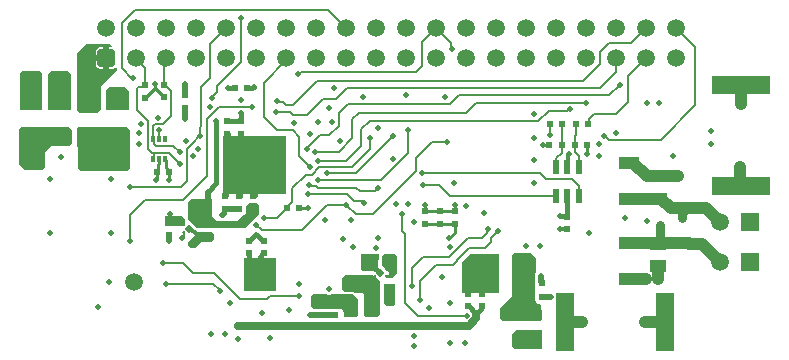
<source format=gbl>
G04*
G04 #@! TF.GenerationSoftware,Altium Limited,Altium Designer,21.2.2 (38)*
G04*
G04 Layer_Physical_Order=4*
G04 Layer_Color=16711680*
%FSLAX44Y44*%
%MOMM*%
G71*
G04*
G04 #@! TF.SameCoordinates,E197076A-8C22-4D41-9B62-958370782F32*
G04*
G04*
G04 #@! TF.FilePolarity,Positive*
G04*
G01*
G75*
%ADD12C,0.2540*%
%ADD18R,0.6000X0.5000*%
%ADD24R,1.2500X0.9000*%
%ADD25R,0.9000X1.2500*%
%ADD34R,0.5000X0.6000*%
%ADD38R,1.6000X4.9000*%
%ADD39R,4.9000X1.6000*%
%ADD74C,0.8000*%
%ADD76C,0.5080*%
%ADD77C,0.7620*%
%ADD78C,0.3810*%
%ADD79C,0.1847*%
%ADD80C,0.2032*%
%ADD81C,0.3048*%
%ADD83C,1.0160*%
%ADD84C,0.6350*%
%ADD86C,1.5000*%
%ADD87R,1.5000X1.5000*%
G04:AMPARAMS|DCode=88|XSize=1.5mm|YSize=1.5mm|CornerRadius=0.225mm|HoleSize=0mm|Usage=FLASHONLY|Rotation=0.000|XOffset=0mm|YOffset=0mm|HoleType=Round|Shape=RoundedRectangle|*
%AMROUNDEDRECTD88*
21,1,1.5000,1.0500,0,0,0.0*
21,1,1.0500,1.5000,0,0,0.0*
1,1,0.4500,0.5250,-0.5250*
1,1,0.4500,-0.5250,-0.5250*
1,1,0.4500,-0.5250,0.5250*
1,1,0.4500,0.5250,0.5250*
%
%ADD88ROUNDEDRECTD88*%
%ADD89C,0.5000*%
%ADD90R,1.3970X1.0160*%
%ADD91R,0.2400X0.2100*%
%ADD92P,0.6788X4X180.0*%
%ADD93R,0.6000X1.2000*%
%ADD94R,1.6510X1.0160*%
%ADD95R,0.3000X0.4750*%
%ADD96R,1.8000X1.1500*%
G36*
X103000Y224500D02*
X103000Y208000D01*
X84000D01*
Y225000D01*
X87000Y228000D01*
X99500Y228000D01*
X103000Y224500D01*
D02*
G37*
G36*
X54000Y239000D02*
Y208000D01*
X35000D01*
X35000Y239000D01*
X37000Y241000D01*
X52000Y241000D01*
X54000Y239000D01*
D02*
G37*
G36*
X30000D02*
X30000Y208000D01*
X11000D01*
X11000Y239000D01*
X13000Y241000D01*
X28000Y241000D01*
X30000Y239000D01*
D02*
G37*
G36*
X88882Y262618D02*
X88356Y261348D01*
X86690D01*
Y252250D01*
Y243152D01*
X89400D01*
X90872Y243445D01*
X91635Y243955D01*
X92522Y243637D01*
X92930Y243378D01*
X93170Y242170D01*
X79500Y228500D01*
Y209000D01*
X76500Y206000D01*
X61000D01*
X59000Y208001D01*
Y211000D01*
X59000Y256000D01*
X67000Y264000D01*
X87500Y264000D01*
X88882Y262618D01*
D02*
G37*
G36*
X52500Y193500D02*
X55000Y191000D01*
X55000Y180000D01*
X52500Y177500D01*
X37500D01*
X32500Y172500D01*
Y166806D01*
Y165899D01*
Y160285D01*
X30899Y157414D01*
X15086D01*
X10000Y162500D01*
X10000Y191500D01*
X12000Y193500D01*
X52500Y193500D01*
D02*
G37*
G36*
X104500Y191000D02*
Y159000D01*
X102000Y156500D01*
X86500D01*
X63000Y156500D01*
X60500Y159000D01*
Y176000D01*
X59000Y177500D01*
Y192000D01*
X60500Y194000D01*
X101500D01*
X104500Y191000D01*
D02*
G37*
G36*
X236500Y186000D02*
X236500Y136710D01*
X183000Y136710D01*
X183000Y186000D01*
X236500Y186000D01*
D02*
G37*
G36*
X150404Y116194D02*
Y111540D01*
X148538Y109675D01*
X134460Y109675D01*
X133562Y110573D01*
X133562Y118359D01*
X133902Y118500D01*
X148098D01*
X150404Y116194D01*
D02*
G37*
G36*
X174000Y117500D02*
X177500Y114000D01*
X195000D01*
X200250Y119250D01*
X202499D01*
Y126999D01*
X204500Y129000D01*
X211500D01*
X213000Y127500D01*
Y119500D01*
X201500Y108000D01*
X163200D01*
Y108550D01*
X161128D01*
X161004Y108632D01*
X154250Y115387D01*
X154250D01*
X153000Y115933D01*
Y130209D01*
X155538Y132747D01*
X174000D01*
Y117500D01*
D02*
G37*
G36*
X173250Y104796D02*
X173386Y104661D01*
X174995Y103570D01*
Y98770D01*
X172386Y96160D01*
X164386D01*
X159385Y91160D01*
X155386D01*
X153385Y93160D01*
Y96760D01*
X157146Y100520D01*
X161421Y104796D01*
X173250D01*
D02*
G37*
G36*
X313500Y86500D02*
X314500Y85500D01*
X314500Y73701D01*
X312799Y72000D01*
X301500Y72000D01*
X300000Y73500D01*
Y86500D01*
X313500Y86500D01*
D02*
G37*
G36*
X330000Y84500D02*
X330000Y69500D01*
X326000Y65500D01*
X323488D01*
Y65944D01*
X320764D01*
Y67577D01*
X321671Y68484D01*
X323488D01*
Y69788D01*
X323488Y69788D01*
X323650Y70464D01*
X323187Y70928D01*
X317500Y76615D01*
Y77999D01*
X317751D01*
Y84251D01*
X320000Y86500D01*
X328000Y86500D01*
X330000Y84500D01*
D02*
G37*
G36*
X227500Y55150D02*
X222969D01*
X222215Y55000D01*
X200500D01*
Y82500D01*
X227500D01*
Y55150D01*
D02*
G37*
G36*
X416500Y53000D02*
X385000D01*
Y79343D01*
X391657Y86000D01*
X416500D01*
Y53000D01*
D02*
G37*
G36*
X296944Y48000D02*
X296992Y33995D01*
X295502Y32500D01*
X286000Y32500D01*
X285000Y33500D01*
Y37500D01*
X284140Y38360D01*
X283501Y39350D01*
Y39751D01*
X282500Y40000D01*
X282334Y40000D01*
X259500Y40000D01*
X257500Y42000D01*
X257500Y50000D01*
X259500Y52000D01*
X259500D01*
X259500Y52000D01*
X259500Y52000D01*
X271343D01*
X272105Y51685D01*
X273895D01*
X274657Y52000D01*
X292945Y52000D01*
X296944Y48000D01*
D02*
G37*
G36*
X328500Y43500D02*
X327000Y42000D01*
X321500Y42000D01*
X319500Y44000D01*
Y60500D01*
X328500D01*
X328500Y43500D01*
D02*
G37*
G36*
X311777Y66928D02*
X312187Y66654D01*
X316000Y62841D01*
X316000Y35000D01*
X313500Y32500D01*
X304278D01*
X302015Y34761D01*
X302000Y52500D01*
X301000Y53500D01*
X294300D01*
X293990Y53707D01*
X293725Y53884D01*
X292945Y54039D01*
X292945D01*
D01*
X285961D01*
X284000Y56000D01*
X284000Y66000D01*
X286500Y68500D01*
X310205D01*
X311777Y66928D01*
D02*
G37*
G36*
X447500Y82500D02*
Y70489D01*
X447281Y70162D01*
X446851Y68000D01*
Y62250D01*
X447249Y60250D01*
Y57271D01*
X447249Y56001D01*
X447249D01*
Y56001D01*
X447249Y56001D01*
Y50630D01*
X447120Y49981D01*
X447249Y49332D01*
Y44001D01*
X450999D01*
X452500Y42500D01*
Y30000D01*
X452127Y29627D01*
X420124D01*
X417638Y32113D01*
Y40138D01*
X427500Y50000D01*
Y85000D01*
X430000Y87500D01*
X442500D01*
X447500Y82500D01*
D02*
G37*
G36*
X453000Y6117D02*
X430382D01*
X428000Y8500D01*
Y18500D01*
X431000Y21500D01*
X453000D01*
Y6117D01*
D02*
G37*
%LPC*%
G36*
X81610Y261348D02*
X78900D01*
X77427Y261055D01*
X76179Y260221D01*
X75345Y258973D01*
X75052Y257500D01*
Y254790D01*
X81610D01*
Y261348D01*
D02*
G37*
G36*
Y249710D02*
X75052D01*
Y247000D01*
X75345Y245528D01*
X76179Y244279D01*
X77427Y243445D01*
X78900Y243152D01*
X81610D01*
Y249710D01*
D02*
G37*
%LPD*%
D12*
X432758Y57347D02*
Y82009D01*
Y57347D02*
X433096Y57009D01*
X132985Y218766D02*
X133001Y218751D01*
X131805Y219946D02*
X132985Y218766D01*
X131271Y219981D02*
X132485Y218766D01*
X124987Y226764D02*
X131271Y220481D01*
X132485Y218766D02*
X132985D01*
X131271Y219981D02*
Y220481D01*
X125000Y227266D02*
Y230000D01*
X117000Y218500D02*
X117500D01*
X118730Y219730D02*
Y220230D01*
X124980Y226480D01*
X117500Y218500D02*
X118730Y219730D01*
X436175Y59617D02*
X436828Y60271D01*
X433762Y57364D02*
X436015Y59617D01*
X433096Y57364D02*
X433762D01*
X436015Y59617D02*
X436175D01*
X442250Y60271D02*
Y61501D01*
Y50001D02*
Y60271D01*
X436828D02*
X441020D01*
X325727Y75319D02*
X326334Y75927D01*
X320764Y67214D02*
X322308D01*
X327251Y72157D02*
Y75347D01*
X327259Y75355D01*
X322308Y67214D02*
X327251Y72157D01*
X322369Y75319D02*
X325727D01*
X326334Y75927D02*
X326999D01*
X320764Y73714D02*
X322369Y75319D01*
X374417Y99661D02*
X378999Y104243D01*
X127482Y161602D02*
X128770Y162891D01*
Y166390D02*
X129000Y166620D01*
X128770Y162891D02*
Y166390D01*
X134000Y165745D02*
X134230Y165515D01*
Y159520D02*
X137250Y156499D01*
Y155999D02*
Y156499D01*
X134230Y159520D02*
Y165515D01*
X134000Y165745D02*
Y166620D01*
X126000Y149000D02*
X126751Y149751D01*
Y155999D01*
X127482Y156730D01*
Y161602D01*
X137000Y149000D02*
X137125Y149125D01*
Y155874D01*
X137250Y155999D01*
X247249Y125501D02*
X247250Y125500D01*
X255000D01*
X491293Y171555D02*
Y172895D01*
X491466Y173067D02*
Y178468D01*
X490899Y171161D02*
X491293Y171555D01*
Y172895D02*
X491466Y173067D01*
Y178468D02*
X491499Y178501D01*
X453750Y178501D02*
X459000D01*
X378999Y104243D02*
Y111750D01*
X432517Y82250D02*
X432758Y82009D01*
X452749Y50001D02*
X452769Y49981D01*
X452500Y62250D02*
X452749Y62001D01*
X442250Y49501D02*
Y50001D01*
X446750Y34750D02*
Y45000D01*
X442250Y49501D02*
X446750Y45000D01*
X442250Y61501D02*
Y62001D01*
X441020Y60271D02*
X442250Y61501D01*
X401999Y42250D02*
X402499D01*
X390499D02*
X390999D01*
X390499Y42250D02*
X390499Y42250D01*
X366499Y111750D02*
X378999D01*
X353999D02*
X366499D01*
Y122249D02*
X378999D01*
X353999D02*
X366499D01*
X379000Y122250D02*
Y127500D01*
X353999Y122249D02*
Y127499D01*
D18*
X151001Y210251D02*
D03*
Y220750D02*
D03*
X366499Y122249D02*
D03*
Y111750D02*
D03*
X353999Y122249D02*
D03*
Y111750D02*
D03*
X217501Y86751D02*
D03*
Y97250D02*
D03*
X205001Y86751D02*
D03*
Y97250D02*
D03*
X402499Y52749D02*
D03*
Y42250D02*
D03*
X390499Y52749D02*
D03*
Y42250D02*
D03*
X277501Y34251D02*
D03*
Y44750D02*
D03*
X265501Y34251D02*
D03*
Y44750D02*
D03*
X474501Y107251D02*
D03*
Y117750D02*
D03*
X170500Y102000D02*
D03*
Y112500D02*
D03*
X137501Y102251D02*
D03*
Y112750D02*
D03*
X208499Y135249D02*
D03*
Y124750D02*
D03*
X186001Y188251D02*
D03*
Y198750D02*
D03*
X198001Y188251D02*
D03*
Y198750D02*
D03*
X196499Y135249D02*
D03*
Y124750D02*
D03*
X184499Y135249D02*
D03*
Y124750D02*
D03*
X378999Y111750D02*
D03*
Y122249D02*
D03*
X133001Y229250D02*
D03*
Y218751D02*
D03*
X117000Y229000D02*
D03*
Y218500D02*
D03*
D24*
X446750Y34750D02*
D03*
Y16750D02*
D03*
D25*
X310500Y40500D02*
D03*
X292500D02*
D03*
D34*
X452749Y62001D02*
D03*
X442250D02*
D03*
X452749Y50001D02*
D03*
X442250D02*
D03*
X126751Y155999D02*
D03*
X137250D02*
D03*
X322749Y57001D02*
D03*
X312250D02*
D03*
X312251Y83999D02*
D03*
X322750D02*
D03*
X192751Y226499D02*
D03*
X203250D02*
D03*
X481750Y196001D02*
D03*
X492249D02*
D03*
X470250Y195999D02*
D03*
X459751D02*
D03*
X469500Y178500D02*
D03*
X459000D02*
D03*
X480999Y178501D02*
D03*
X491499D02*
D03*
X236750Y125501D02*
D03*
X247249D02*
D03*
D38*
X557500Y28250D02*
D03*
X472500D02*
D03*
D39*
X621750Y144000D02*
D03*
Y229000D02*
D03*
D74*
X160500Y127500D02*
D03*
X426500Y34500D02*
D03*
X291000Y60500D02*
D03*
D76*
X150957Y200745D02*
X150979Y200766D01*
Y209279D02*
X151001Y209301D01*
X150979Y200766D02*
Y209279D01*
X151000Y220751D02*
X151001Y220750D01*
X151000Y220751D02*
Y229750D01*
X452769Y49981D02*
X452787Y50000D01*
X137500Y97000D02*
Y102250D01*
X452787Y50000D02*
X460500D01*
X540000Y28000D02*
X540250Y28250D01*
X170500Y112500D02*
X170500Y112500D01*
X170500Y112500D02*
Y139134D01*
X402079Y52749D02*
X402499D01*
X402039Y52789D02*
X402079Y52749D01*
X402039Y52789D02*
Y57461D01*
X400000Y59500D02*
X402039Y57461D01*
X390039Y52789D02*
X390079Y52749D01*
X389500Y59500D02*
X390039Y58961D01*
X390079Y52749D02*
X390499D01*
X390039Y52789D02*
Y58961D01*
X621500Y228750D02*
X621750Y229000D01*
X620500Y145250D02*
X621750Y144000D01*
X452500Y62250D02*
Y68000D01*
X184499Y124750D02*
X196499D01*
X265501Y34251D02*
X277501D01*
X256889Y34500D02*
X257500D01*
X256392Y34997D02*
X256889Y34500D01*
X257500D02*
X257749Y34251D01*
X265501D01*
D77*
X571300Y120705D02*
X575595Y125000D01*
X577500D01*
X571300Y116483D02*
Y120705D01*
X552500Y95480D02*
Y110500D01*
D78*
X265500Y49481D02*
X265500Y49480D01*
Y44751D02*
X265501Y44750D01*
X265500Y44751D02*
Y49480D01*
X265501Y44750D02*
X277501D01*
X177370Y146004D02*
Y198851D01*
X199000Y141286D02*
Y141500D01*
X397466Y35165D02*
Y35593D01*
X401404Y39532D01*
Y41655D02*
X401999Y42250D01*
X401404Y39532D02*
Y41655D01*
X182111Y119089D02*
Y119411D01*
X183404Y120704D01*
Y124155D02*
X183999Y124750D01*
X183404Y120704D02*
Y124155D01*
X183999Y124750D02*
X184499D01*
X197964Y205428D02*
X198024Y205368D01*
Y198773D02*
Y205368D01*
X390999Y42250D02*
X393784Y39465D01*
Y38847D02*
X397466Y35165D01*
X393784Y38847D02*
Y39465D01*
X170500Y139134D02*
X177370Y146004D01*
X92500Y215000D02*
X93000Y214500D01*
X311264Y73714D02*
X312064D01*
X315313Y70464D01*
X316014D01*
X207634Y226500D02*
X209013Y227878D01*
X203251Y226500D02*
X207634D01*
X203250Y226499D02*
X203251Y226500D01*
X192750D02*
X192751Y226499D01*
X187500Y226500D02*
X192750D01*
X209013Y227878D02*
X209226D01*
X198001Y198750D02*
X198024Y198773D01*
X187500Y183000D02*
Y183214D01*
X187096Y183618D02*
X187500Y183214D01*
X187096Y183618D02*
Y187656D01*
X197869Y188119D02*
X198001Y188251D01*
X197869Y183132D02*
Y188119D01*
X197737Y183000D02*
X197869Y183132D01*
X185594Y139381D02*
X187500Y141286D01*
X184999Y135249D02*
X185594Y135844D01*
Y139381D01*
X187500Y141286D02*
Y141500D01*
X186501Y188251D02*
X187096Y187656D01*
X184499Y135249D02*
X184999D01*
X186001Y188251D02*
X186501D01*
X208499Y135249D02*
X208999D01*
X209594Y135844D01*
X197594D02*
Y139881D01*
X210224Y141286D02*
Y141500D01*
X197594Y139881D02*
X199000Y141286D01*
X209594Y140656D02*
X210224Y141286D01*
X209594Y135844D02*
Y140656D01*
X459000Y178501D02*
X459000Y178500D01*
X474500Y117751D02*
X474501Y117750D01*
X474251Y118000D02*
X474500Y117751D01*
X468000Y118000D02*
X474251D01*
X474500Y117751D02*
Y135000D01*
X474500Y135000D02*
X474500Y135000D01*
X310500Y40500D02*
X310500Y40500D01*
X206985Y99234D02*
X209759Y102009D01*
X211509Y102500D02*
X215274Y98734D01*
X196499Y135249D02*
X196999D01*
X197594Y135844D01*
X186176Y198750D02*
X198001D01*
X282005Y44155D02*
X283170Y42991D01*
X277501Y44750D02*
X278096Y44155D01*
X282005D01*
X290009Y42991D02*
X292500Y40500D01*
X283170Y42991D02*
X290009D01*
X213919Y79919D02*
Y83669D01*
X213500Y79500D02*
X213919Y79919D01*
X217001Y86751D02*
X217501D01*
X213919Y83669D02*
X217001Y86751D01*
X205000Y86750D02*
X205001Y86751D01*
X205000Y81500D02*
Y86750D01*
X203500Y79500D02*
Y80000D01*
X205000Y81500D01*
D79*
X381000Y80500D02*
Y81000D01*
X377500Y77000D02*
X381000Y80500D01*
X363500Y77000D02*
X377500D01*
X350000Y63500D02*
X363500Y77000D01*
X352000Y83500D02*
X374159D01*
X342500Y74000D02*
X352000Y83500D01*
X374159D02*
X390159Y99500D01*
X350000Y47500D02*
Y63500D01*
X342500Y59500D02*
Y74000D01*
X390159Y99500D02*
X402445D01*
X406793Y103848D02*
Y107293D01*
X407000Y107500D01*
X402445Y99500D02*
X406793Y103848D01*
X410040Y96433D02*
Y99540D01*
X416000Y105500D01*
X404607Y91000D02*
X410040Y96433D01*
X391000Y91000D02*
X404607D01*
X381000Y81000D02*
X391000Y91000D01*
X459625Y195874D02*
X459751Y195999D01*
X79823Y247923D02*
X84150Y252250D01*
D80*
X149316Y104466D02*
X149350Y104500D01*
X148238Y100255D02*
X148256D01*
X149500Y101518D02*
Y103942D01*
X148756Y100756D02*
Y100774D01*
X148256Y100255D02*
X148756Y100756D01*
X149500Y103942D02*
X149677Y104120D01*
X148756Y100774D02*
X149500Y101518D01*
X148238Y99452D02*
Y100255D01*
X149350Y104500D02*
X149500D01*
X197000Y48500D02*
X220414D01*
X222969Y51055D01*
X247186D01*
X175500Y70000D02*
X197000Y48500D01*
X157500Y70000D02*
X175500D01*
X162660Y186135D02*
X163187D01*
X157149Y180624D02*
X162660Y186135D01*
X162923Y186398D02*
X163649Y187124D01*
X131237Y78613D02*
X148887D01*
X131561Y78937D02*
X131917D01*
X131237Y78613D02*
X131561Y78937D01*
X148887Y78613D02*
X157500Y70000D01*
X198500Y249113D02*
Y286000D01*
X177682Y223117D02*
Y228295D01*
X198500Y249113D01*
X173593Y219028D02*
X177682Y223117D01*
X173593Y218333D02*
Y219028D01*
X261290Y144139D02*
X262929Y142500D01*
X255917Y144139D02*
X261290D01*
X262929Y142500D02*
X295500D01*
X255349Y144707D02*
X255917Y144139D01*
X314321Y142000D02*
X314500D01*
X295500Y142500D02*
X298500Y139500D01*
X311821D02*
X314321Y142000D01*
X298500Y139500D02*
X311821D01*
X255258Y137247D02*
X287753D01*
X255180Y137169D02*
X255258Y137247D01*
X287753D02*
X294000Y131000D01*
X302000D01*
X270607Y154450D02*
X295247D01*
X326769Y185972D01*
X339474Y190974D02*
X339500Y191000D01*
X316937Y148787D02*
X339474Y171324D01*
Y190974D01*
X263500Y148787D02*
X316937D01*
X209759Y102009D02*
X211000D01*
X133000Y239000D02*
Y250300D01*
X133001Y229250D02*
Y238999D01*
X133000Y250300D02*
X134950Y252250D01*
X133000Y239000D02*
X133001Y238999D01*
X347866Y34134D02*
X389140D01*
X337000Y45000D02*
X347866Y34134D01*
X124000Y183957D02*
Y194512D01*
X129000Y183380D02*
X129018Y183398D01*
X125488Y196000D02*
X132000D01*
X124000Y194512D02*
X125488Y196000D01*
X129018Y190946D02*
X129036Y190964D01*
X129018Y183398D02*
Y190946D01*
X136818Y172000D02*
X146138Y162680D01*
Y162101D02*
Y162680D01*
X254000Y175763D02*
X265272Y187035D01*
X261398Y172900D02*
X280900D01*
X261182Y172685D02*
X261398Y172900D01*
X254000Y175036D02*
Y175763D01*
X263520Y165151D02*
X263618Y165053D01*
X256515Y159990D02*
Y160025D01*
X263618Y165053D02*
X287053D01*
X247500Y169040D02*
X256515Y160025D01*
X292501Y160001D02*
X307500Y175000D01*
X264501Y160001D02*
X292501D01*
X287053Y165053D02*
X299665Y177665D01*
X258000Y153500D02*
X264501Y160001D01*
X216016Y106437D02*
X249937D01*
X211253Y111200D02*
X216016Y106437D01*
X217954Y117105D02*
X228853D01*
X217943Y117093D02*
X217954Y117105D01*
X207999Y124750D02*
X208499D01*
X203558Y120308D02*
X207999Y124750D01*
X203558Y119299D02*
Y120308D01*
X202990Y118731D02*
X203558Y119299D01*
X137501Y112750D02*
X137833Y113083D01*
Y119922D01*
X138166Y120254D01*
X228042Y206315D02*
X239334D01*
X242052Y203596D01*
X163649Y193226D02*
X164665Y194242D01*
X163649Y187124D02*
Y193226D01*
X164665Y194242D02*
Y227665D01*
X152081Y175203D02*
X157149Y180271D01*
X152081Y148081D02*
Y175203D01*
X157149Y180271D02*
Y180624D01*
X140918Y178082D02*
X146500Y172500D01*
Y172373D02*
Y172500D01*
X382500Y220500D02*
X510000D01*
X519000Y229500D01*
X375440Y213440D02*
X382500Y220500D01*
X287500Y226500D02*
X502500D01*
X515950Y239950D01*
X526000Y236900D02*
X541350Y252250D01*
X515500Y204500D02*
X526000Y215000D01*
X278750Y217750D02*
X287500Y226500D01*
X526000Y215000D02*
Y236900D01*
X334500Y105500D02*
X337000Y103000D01*
Y45000D02*
Y103000D01*
X248522Y240000D02*
X346000D01*
X351750Y245750D01*
X242000Y212500D02*
X262500Y233000D01*
X488000D01*
X502500Y247500D01*
X246989Y238467D02*
X248522Y240000D01*
X246244Y238467D02*
X246989D01*
X229203Y215052D02*
X234090D01*
X236642Y212500D01*
X228635Y215620D02*
X229203Y215052D01*
X281000Y206000D02*
X288440Y213440D01*
X375440D01*
X199745Y210873D02*
X200235Y210383D01*
X207325D01*
X179587Y210873D02*
X199745D01*
X249937Y106437D02*
X271353Y127853D01*
X287353D01*
X124551Y172000D02*
X136818D01*
X169250Y152250D02*
Y200536D01*
X179587Y210873D01*
X236642Y212500D02*
X242000D01*
X147000Y143000D02*
X152081Y148081D01*
X242052Y203596D02*
X253596D01*
X132000Y196000D02*
X138924Y202924D01*
X253596Y203596D02*
X267750Y217750D01*
X278750D01*
X334500Y105500D02*
Y120500D01*
X134500Y61000D02*
X174737D01*
X180000Y55737D01*
X138924Y202924D02*
Y223827D01*
X124000Y183380D02*
Y183957D01*
X124551Y171981D02*
X124569Y172000D01*
X124551Y167171D02*
Y171981D01*
X122577Y172000D02*
X124551D01*
X124000Y166620D02*
X124551Y167171D01*
X119577Y175000D02*
Y198865D01*
Y175000D02*
X122577Y172000D01*
X148748Y131748D02*
X169250Y152250D01*
X281000Y195000D02*
Y206000D01*
X265272Y187035D02*
X273035D01*
X281000Y195000D01*
X172000Y235000D02*
Y263900D01*
X164665Y227665D02*
X172000Y235000D01*
Y263900D02*
X185750Y277650D01*
X397000Y214500D02*
X490000D01*
X388500Y206000D02*
X397000Y214500D01*
X298000Y206000D02*
X388500D01*
X502500Y257500D02*
X509500Y264500D01*
X502500Y247500D02*
Y257500D01*
X515950Y239950D02*
Y252250D01*
X192751Y226499D02*
X192775Y226475D01*
X104000Y119000D02*
X116748Y131748D01*
X148748D01*
X124535Y179434D02*
Y183421D01*
Y179434D02*
X125887Y178082D01*
X140918D01*
X124000Y183957D02*
X124535Y183421D01*
X110500Y207942D02*
X119577Y198865D01*
X110500Y207942D02*
Y226689D01*
X553500Y183000D02*
X582500Y212000D01*
X506634Y186313D02*
X509948Y183000D01*
X553500D01*
X484000Y135000D02*
Y143543D01*
X478043Y149500D02*
X484000Y143543D01*
X456500Y149500D02*
X478043D01*
X365999Y144501D02*
X375500Y135000D01*
X465000D01*
X352000Y144501D02*
X365999D01*
X241755Y191245D02*
X247500Y185500D01*
X228255Y191245D02*
X241755D01*
X217617Y201883D02*
X228255Y191245D01*
X217617Y201883D02*
Y231373D01*
X236550Y250305D02*
Y252250D01*
X217617Y231373D02*
X236550Y250305D01*
X359500Y181000D02*
X372500D01*
X346000Y156500D02*
Y167500D01*
X359500Y181000D01*
X309500Y120000D02*
X346000Y156500D01*
X295205Y120000D02*
X309500D01*
X287353Y127853D02*
X295205Y120000D01*
X241500Y130251D02*
Y142000D01*
X253000Y153500D02*
X258000D01*
X241500Y142000D02*
X253000Y153500D01*
X307500Y175000D02*
Y184500D01*
X236750Y126001D02*
X238326Y127577D01*
X238826D01*
X241500Y130251D01*
X236750Y125001D02*
Y126001D01*
X247500Y169040D02*
Y185500D01*
X351750Y245750D02*
Y265850D01*
X280900Y172900D02*
X292500Y184500D01*
Y200500D01*
X298000Y206000D01*
X299665Y191665D02*
X307000Y199000D01*
X458500Y207500D02*
X474255D01*
X307000Y199000D02*
X450000D01*
X458500Y207500D01*
X459625Y187125D02*
Y195874D01*
X104000Y97000D02*
Y119000D01*
X228853Y117105D02*
X236750Y125001D01*
X110500Y226689D02*
X111852Y228041D01*
X116041D01*
X117000Y229000D01*
X133501Y229250D02*
X138924Y223827D01*
X97000Y243500D02*
X106000Y234500D01*
X104000Y143000D02*
X147000D01*
X376106Y259894D02*
Y265094D01*
X363550Y277650D02*
X376106Y265094D01*
Y259894D02*
X376500Y259500D01*
X505889Y186313D02*
X506634D01*
X469500Y186000D02*
X470250Y186750D01*
X469500Y178500D02*
Y186000D01*
X470250Y186750D02*
Y195999D01*
X469500Y178500D02*
X469500Y178500D01*
X480999Y178501D02*
X481000Y178502D01*
Y186500D01*
X481750Y187250D01*
Y196001D01*
X493000Y196751D02*
Y200500D01*
X492249Y196001D02*
X493000Y196751D01*
Y200500D02*
X497000Y204500D01*
X515500D01*
X480840Y172660D02*
Y178342D01*
Y172660D02*
X484000Y169500D01*
X480840Y178342D02*
X480999Y178501D01*
X484000Y160000D02*
Y169500D01*
X469500Y171793D02*
Y176500D01*
X464897Y167189D02*
X469500Y171793D01*
X464897Y160103D02*
Y167189D01*
Y160103D02*
X465000Y160000D01*
X180000Y55136D02*
Y55737D01*
X109550Y251321D02*
X117000Y243871D01*
X109550Y251321D02*
Y252250D01*
X117000Y229000D02*
Y243871D01*
X299665Y177665D02*
Y191665D01*
X205501Y97250D02*
X206985Y98734D01*
X211000Y102500D02*
X211509D01*
X215274Y98734D02*
X216017D01*
X206985D02*
Y99234D01*
X351216Y154999D02*
X451001D01*
X456500Y149500D01*
X566750Y277650D02*
X582500Y261900D01*
Y212000D02*
Y261900D01*
X216017Y98734D02*
X217501Y97250D01*
X205001D02*
X205501D01*
X133001Y229250D02*
X133501D01*
X475755Y209000D02*
X476500D01*
X474255Y207500D02*
X475755Y209000D01*
X97000Y243500D02*
Y281500D01*
X108500Y293000D01*
X272000D02*
X287350Y277650D01*
X108500Y293000D02*
X272000D01*
X351750Y265850D02*
X363550Y277650D01*
X528200Y264500D02*
X541350Y277650D01*
X509500Y264500D02*
X528200D01*
D81*
X159000Y104500D02*
X159046D01*
X158266D02*
X159000D01*
X163410Y98696D02*
Y100090D01*
X159000Y104500D02*
X163410Y100090D01*
X154250Y107750D02*
X155016D01*
X158266Y104500D01*
X474500Y160000D02*
X475145Y160645D01*
Y170344D02*
X475442Y170641D01*
X475145Y160645D02*
Y170344D01*
X474250Y107000D02*
X474501Y107251D01*
X468000Y107000D02*
X474250D01*
X137500Y102250D02*
X137501Y102251D01*
D83*
X567950Y152050D02*
X568000Y152000D01*
X552000Y152050D02*
X567950D01*
X541605D02*
X552000D01*
X527000Y163480D02*
X530175D01*
X541605Y152050D01*
X527000Y133000D02*
X552000D01*
X553905D02*
X561905Y125000D01*
X552000Y133000D02*
X553905D01*
X561905Y125000D02*
X575595D01*
X549595Y75950D02*
X551500D01*
X526500Y65000D02*
X540706D01*
X551500D02*
X551500Y65000D01*
Y75950D01*
X526500Y95480D02*
X552500D01*
X472500Y28250D02*
X472750Y28500D01*
X487000D01*
X540250Y28250D02*
X557500D01*
X602550Y78450D02*
X603500Y77500D01*
X588168Y95000D02*
X603600Y79568D01*
X577500Y95000D02*
X588168D01*
X603600Y79500D02*
Y79568D01*
X577500Y125000D02*
X591600D01*
X603600Y113000D01*
X621500Y213000D02*
Y228750D01*
X620500Y145250D02*
Y160000D01*
X552740Y95240D02*
X577260D01*
X577500Y95000D01*
X552500Y95480D02*
X552740Y95240D01*
D84*
X397360Y31855D02*
Y35165D01*
Y31855D02*
X397466Y31749D01*
X391217Y25500D02*
X397466Y31749D01*
X195500Y25500D02*
X391217D01*
D86*
X603600Y113000D02*
D03*
Y79500D02*
D03*
X414350Y277650D02*
D03*
X439750D02*
D03*
X465150D02*
D03*
X490550D02*
D03*
X566750D02*
D03*
X541350D02*
D03*
X515950D02*
D03*
Y252250D02*
D03*
X541350D02*
D03*
X566750D02*
D03*
X490550D02*
D03*
X465150D02*
D03*
X439750D02*
D03*
X414350D02*
D03*
X211150D02*
D03*
X109550D02*
D03*
X236550D02*
D03*
X134950D02*
D03*
X261950D02*
D03*
X160350D02*
D03*
X287350D02*
D03*
X185750D02*
D03*
X312750D02*
D03*
X388950D02*
D03*
X363550D02*
D03*
X338150D02*
D03*
Y277650D02*
D03*
X363550D02*
D03*
X388950D02*
D03*
X312750D02*
D03*
X185750D02*
D03*
X287350D02*
D03*
X160350D02*
D03*
X261950D02*
D03*
X134950D02*
D03*
X236550D02*
D03*
X109550D02*
D03*
X211150D02*
D03*
X84150D02*
D03*
X107500Y62500D02*
D03*
D87*
X629000Y113000D02*
D03*
Y79500D02*
D03*
D88*
X84150Y252250D02*
D03*
D89*
X45898Y168172D02*
D03*
X433096Y57009D02*
D03*
X407000Y107500D02*
D03*
X342500Y59500D02*
D03*
X416000Y105500D02*
D03*
X350000Y47500D02*
D03*
X265500Y49481D02*
D03*
X247186Y51055D02*
D03*
X163187Y186135D02*
D03*
X131917Y78937D02*
D03*
X177370Y198851D02*
D03*
X255349Y144707D02*
D03*
X314500Y142000D02*
D03*
X302000Y129500D02*
D03*
X255180Y137169D02*
D03*
X270607Y154450D02*
D03*
X326769Y185972D02*
D03*
X339500Y191000D02*
D03*
X263500Y148787D02*
D03*
X568000Y152000D02*
D03*
X540706Y65000D02*
D03*
X551500Y65000D02*
D03*
X150957Y200745D02*
D03*
X125000Y230000D02*
D03*
X397360Y35165D02*
D03*
X389140Y34134D02*
D03*
X129036Y190964D02*
D03*
X146138Y162101D02*
D03*
X326999Y75927D02*
D03*
X254000Y175036D02*
D03*
X261182Y172685D02*
D03*
X263520Y165151D02*
D03*
X256515Y159990D02*
D03*
X211253Y111200D02*
D03*
X217943Y117093D02*
D03*
X202990Y118731D02*
D03*
X182111Y119089D02*
D03*
X158374Y96275D02*
D03*
X148238Y99452D02*
D03*
X138166Y120254D02*
D03*
X228042Y206315D02*
D03*
X197997Y216623D02*
D03*
X197964Y205428D02*
D03*
X151850Y182093D02*
D03*
X157839Y168909D02*
D03*
X161500Y175500D02*
D03*
X146500Y172373D02*
D03*
X199007Y183000D02*
D03*
X210224Y183000D02*
D03*
X221751Y183320D02*
D03*
X232500Y183000D02*
D03*
X187500Y151276D02*
D03*
Y172855D02*
D03*
X232500Y151276D02*
D03*
X210224Y151275D02*
D03*
X199007Y151276D02*
D03*
X221751Y151595D02*
D03*
X232500Y172855D02*
D03*
X210224Y172855D02*
D03*
X199007Y172855D02*
D03*
X221751Y173175D02*
D03*
X256517Y187500D02*
D03*
X312331Y91227D02*
D03*
X86500Y62500D02*
D03*
X151000Y229750D02*
D03*
X519000Y229500D02*
D03*
X445999Y184749D02*
D03*
X372500Y181000D02*
D03*
X301500Y219500D02*
D03*
X327000Y167000D02*
D03*
X314060Y192951D02*
D03*
X246244Y238467D02*
D03*
X36500Y104000D02*
D03*
X88000D02*
D03*
X228635Y215620D02*
D03*
X371000Y219237D02*
D03*
X446017Y204420D02*
D03*
X207325Y210383D02*
D03*
X111648Y188352D02*
D03*
X113590Y196701D02*
D03*
X137500Y97000D02*
D03*
X487000Y28500D02*
D03*
X269069Y115074D02*
D03*
X459625Y187125D02*
D03*
X173593Y218333D02*
D03*
X460500Y50000D02*
D03*
X540000Y28000D02*
D03*
X127858Y201490D02*
D03*
X272855Y210044D02*
D03*
X374944Y92016D02*
D03*
X374417Y99661D02*
D03*
X375000Y11000D02*
D03*
X387500D02*
D03*
X357397Y40634D02*
D03*
X571300Y116483D02*
D03*
X275573Y197948D02*
D03*
X209226Y227878D02*
D03*
X187500Y226500D02*
D03*
X263500Y198000D02*
D03*
X187500Y183000D02*
D03*
Y162500D02*
D03*
X126000Y149000D02*
D03*
X137000D02*
D03*
X203500Y58500D02*
D03*
X307500Y184500D02*
D03*
X221751Y141320D02*
D03*
Y162820D02*
D03*
X277000Y227000D02*
D03*
X97000Y224000D02*
D03*
X15500Y229500D02*
D03*
X25500D02*
D03*
X314000Y99500D02*
D03*
X171500Y210500D02*
D03*
X199007Y162500D02*
D03*
X187500Y141500D02*
D03*
X199007D02*
D03*
X210224D02*
D03*
Y162500D02*
D03*
X242888Y197279D02*
D03*
X281737Y182043D02*
D03*
X351216Y154999D02*
D03*
X352000Y144501D02*
D03*
X255000Y125500D02*
D03*
X111500Y179000D02*
D03*
X338000Y220585D02*
D03*
X378500Y146000D02*
D03*
X287353Y127853D02*
D03*
X376500Y259500D02*
D03*
X505889Y186313D02*
D03*
X501500Y179000D02*
D03*
X324000Y46000D02*
D03*
X339500Y128500D02*
D03*
X329000D02*
D03*
X334500Y120500D02*
D03*
X344500Y113656D02*
D03*
X490899Y171161D02*
D03*
X453750Y178501D02*
D03*
X475442Y170641D02*
D03*
X468000Y118000D02*
D03*
Y107000D02*
D03*
X232500Y141500D02*
D03*
Y162500D02*
D03*
X293000Y92500D02*
D03*
X284650Y99200D02*
D03*
X238500Y38500D02*
D03*
X49500Y229500D02*
D03*
X39500D02*
D03*
X77000Y41500D02*
D03*
X36500Y150000D02*
D03*
X88000D02*
D03*
X69000Y162000D02*
D03*
X79500D02*
D03*
X90000D02*
D03*
X100000D02*
D03*
X344481Y8390D02*
D03*
X344443Y16686D02*
D03*
X433454Y8893D02*
D03*
X433519Y18481D02*
D03*
X389500Y80500D02*
D03*
X172500Y18500D02*
D03*
X195500Y25500D02*
D03*
X184499Y18501D02*
D03*
X222500Y15000D02*
D03*
X195500Y14500D02*
D03*
X27500Y162500D02*
D03*
X17500D02*
D03*
X27500Y172500D02*
D03*
X17500D02*
D03*
X134500Y61000D02*
D03*
X303000Y82000D02*
D03*
X106500Y235000D02*
D03*
X211000Y102500D02*
D03*
X445999Y146749D02*
D03*
Y165749D02*
D03*
X400000Y80500D02*
D03*
X410500D02*
D03*
X389500Y69500D02*
D03*
X400000Y69500D02*
D03*
X410500D02*
D03*
X389500Y59500D02*
D03*
X400000Y59500D02*
D03*
X410500D02*
D03*
X621500Y213000D02*
D03*
X620500Y160000D02*
D03*
X552500Y110500D02*
D03*
X541500Y114000D02*
D03*
X564000Y169500D02*
D03*
X493180Y104108D02*
D03*
X523500Y117000D02*
D03*
X516000Y189000D02*
D03*
X501500Y169000D02*
D03*
X552292Y213803D02*
D03*
X541855Y213829D02*
D03*
X596000Y179500D02*
D03*
Y190500D02*
D03*
X452500Y68000D02*
D03*
X432517Y82250D02*
D03*
X368000Y67000D02*
D03*
X375108Y44608D02*
D03*
X403993Y120949D02*
D03*
X451451Y92756D02*
D03*
X439501Y92750D02*
D03*
X388262Y127170D02*
D03*
X379000Y127500D02*
D03*
X353999Y127499D02*
D03*
X291502Y115099D02*
D03*
X180000Y55136D02*
D03*
X188608Y44878D02*
D03*
X247500Y61000D02*
D03*
X273000Y56185D02*
D03*
X216119Y36404D02*
D03*
X256392Y34997D02*
D03*
X224000Y58500D02*
D03*
X213500D02*
D03*
X224000Y68500D02*
D03*
X213500D02*
D03*
X203500D02*
D03*
Y79500D02*
D03*
X224000D02*
D03*
X213500D02*
D03*
X88500Y224000D02*
D03*
X104000Y143000D02*
D03*
X104000Y97000D02*
D03*
X476500Y209000D02*
D03*
X198500Y286000D02*
D03*
X490000Y214500D02*
D03*
D90*
X552000Y133000D02*
D03*
Y152050D02*
D03*
X551500Y75950D02*
D03*
Y95000D02*
D03*
D91*
X149500Y111000D02*
D03*
X149500Y104500D02*
D03*
X159000D02*
D03*
Y111000D02*
D03*
X311264Y67214D02*
D03*
Y73714D02*
D03*
X320764D02*
D03*
X320764Y67214D02*
D03*
D92*
X154250Y107750D02*
D03*
X316014Y70464D02*
D03*
D93*
X465000Y160000D02*
D03*
X474500D02*
D03*
X484000D02*
D03*
Y135000D02*
D03*
X474500D02*
D03*
X465000D02*
D03*
D94*
X527000Y163480D02*
D03*
Y133000D02*
D03*
X526500Y95480D02*
D03*
Y65000D02*
D03*
D95*
X124000Y183380D02*
D03*
X129000D02*
D03*
X134000D02*
D03*
Y166620D02*
D03*
X129000D02*
D03*
X124000D02*
D03*
D96*
X20000Y185500D02*
D03*
Y214500D02*
D03*
X93000Y185500D02*
D03*
Y214500D02*
D03*
X68000D02*
D03*
Y185500D02*
D03*
X44000D02*
D03*
Y214500D02*
D03*
M02*

</source>
